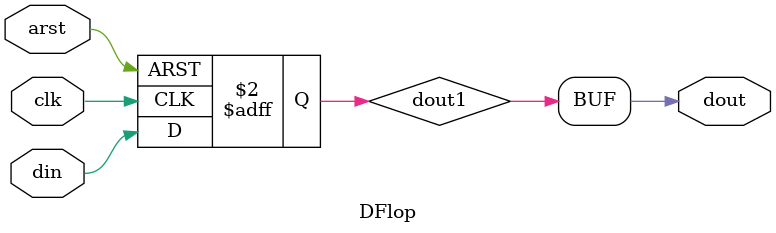
<source format=v>
/*--  *******************************************************
--  Computer Architecture Course, Laboratory Sources 
--  Amirkabir University of Technology (Tehran Polytechnic)
--  Department of Computer Engineering (CE-AUT)
--  https://ce[dot]aut[dot]ac[dot]ir
--  *******************************************************
--  All Rights reserved (C) 2019-2020
--  *******************************************************
--  Student ID  : 
--  Student Name: 
--  Student Mail: 
--  *******************************************************
--  Additional Comments:
--
--*/

/*-----------------------------------------------------------
---  Module Name: Light Dance
---  Description: Module5:
-----------------------------------------------------------*/
`timescale 1 ns/1 ns

module DFlop (
	input  arst  , // async reset
	input  clk   , // clock posedge
	input  din   , // data  in
	output  dout    // data  out
);
reg dout1;
	/* write your code here */
	always @ (posedge clk or posedge arst)begin
		if (arst)	dout1 = 1'b0;
		else
			dout1 = din;
	end
	assign dout=dout1;
endmodule
</source>
